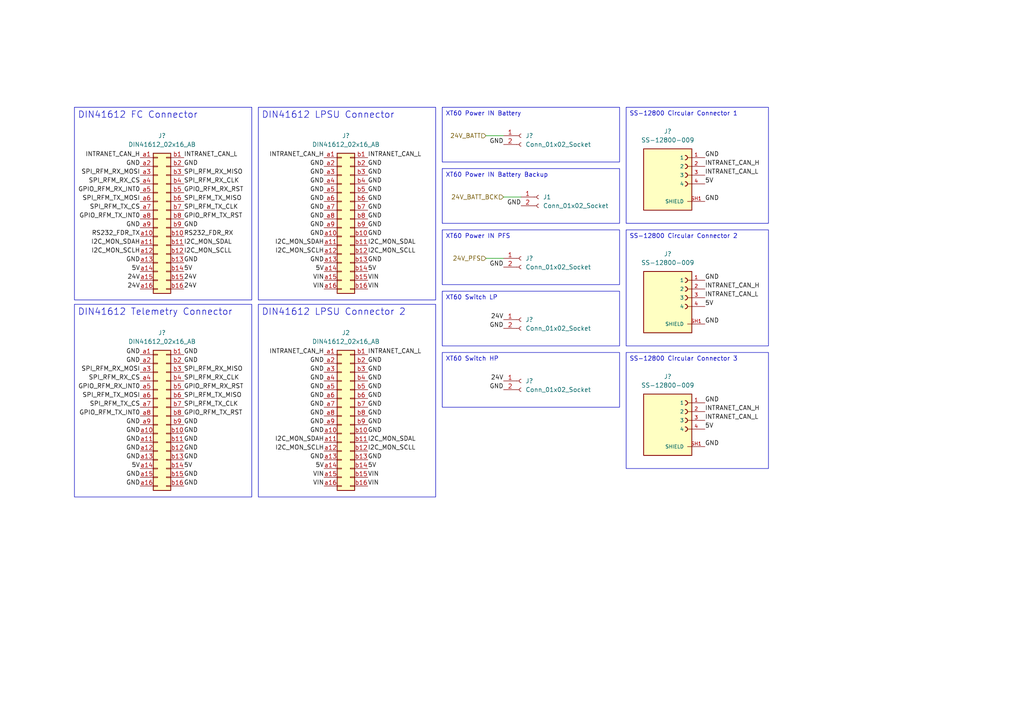
<source format=kicad_sch>
(kicad_sch (version 20250114) (generator "eeschema") (generator_version "9.0")
  (paper "A4")
  (title_block (title "FH2 - Spine") (date "2025-12-10") (rev "v1") (comment 1 "Elie Baier"))
  (lib_symbols
    (symbol "Connector:Conn_01x02_Socket" (pin_names (offset 1.016) (hide yes))
      (property "Reference" "J" (at 0 2.54 0))
      (property "Value" "Conn_01x02_Socket" (at 0 -5.08 0))
      (symbol "Conn_01x02_Socket_1_1"
        (polyline (pts (xy -1.27 0) (xy -0.508 0)) (stroke (width 0.1524)))
        (polyline (pts (xy -1.27 -2.54) (xy -0.508 -2.54)) (stroke (width 0.1524)))
        (arc (start 0 -0.508) (mid -0.5058 0) (end 0 0.508) (stroke (width 0.1524)))
        (arc (start 0 -3.048) (mid -0.5058 -2.54) (end 0 -2.032) (stroke (width 0.1524)))
        (pin passive line (at -5.08 0 0) (length 3.81) (name "Pin_1") (number "1"))
        (pin passive line (at -5.08 -2.54 0) (length 3.81) (name "Pin_2") (number "2"))
      )
    )
    (symbol "Connector:DIN41612_02x16_AB" (pin_names (offset 1.016) (hide yes))
      (property "Reference" "J" (at 1.27 20.32 0))
      (property "Value" "DIN41612_02x16_AB" (at 1.27 -22.86 0))
      (symbol "DIN41612_02x16_AB_1_1"
        (rectangle (start -1.27 19.05) (end 3.81 -21.59) (stroke (width 0.254)) (fill (type background)))
        (rectangle (start -1.27 17.907) (end 0 17.653) (stroke (width 0.1524)))
        (rectangle (start -1.27 15.367) (end 0 15.113) (stroke (width 0.1524)))
        (rectangle (start -1.27 12.827) (end 0 12.573) (stroke (width 0.1524)))
        (rectangle (start -1.27 10.287) (end 0 10.033) (stroke (width 0.1524)))
        (rectangle (start -1.27 7.747) (end 0 7.493) (stroke (width 0.1524)))
        (rectangle (start -1.27 5.207) (end 0 4.953) (stroke (width 0.1524)))
        (rectangle (start -1.27 2.667) (end 0 2.413) (stroke (width 0.1524)))
        (rectangle (start -1.27 0.127) (end 0 -0.127) (stroke (width 0.1524)))
        (rectangle (start -1.27 -2.413) (end 0 -2.667) (stroke (width 0.1524)))
        (rectangle (start -1.27 -4.953) (end 0 -5.207) (stroke (width 0.1524)))
        (rectangle (start -1.27 -7.493) (end 0 -7.747) (stroke (width 0.1524)))
        (rectangle (start -1.27 -10.033) (end 0 -10.287) (stroke (width 0.1524)))
        (rectangle (start -1.27 -12.573) (end 0 -12.827) (stroke (width 0.1524)))
        (rectangle (start -1.27 -15.113) (end 0 -15.367) (stroke (width 0.1524)))
        (rectangle (start -1.27 -17.653) (end 0 -17.907) (stroke (width 0.1524)))
        (rectangle (start -1.27 -20.193) (end 0 -20.447) (stroke (width 0.1524)))
        (rectangle (start 3.81 17.907) (end 2.54 17.653) (stroke (width 0.1524)))
        (rectangle (start 3.81 15.367) (end 2.54 15.113) (stroke (width 0.1524)))
        (rectangle (start 3.81 12.827) (end 2.54 12.573) (stroke (width 0.1524)))
        (rectangle (start 3.81 10.287) (end 2.54 10.033) (stroke (width 0.1524)))
        (rectangle (start 3.81 7.747) (end 2.54 7.493) (stroke (width 0.1524)))
        (rectangle (start 3.81 5.207) (end 2.54 4.953) (stroke (width 0.1524)))
        (rectangle (start 3.81 2.667) (end 2.54 2.413) (stroke (width 0.1524)))
        (rectangle (start 3.81 0.127) (end 2.54 -0.127) (stroke (width 0.1524)))
        (rectangle (start 3.81 -2.413) (end 2.54 -2.667) (stroke (width 0.1524)))
        (rectangle (start 3.81 -4.953) (end 2.54 -5.207) (stroke (width 0.1524)))
        (rectangle (start 3.81 -7.493) (end 2.54 -7.747) (stroke (width 0.1524)))
        (rectangle (start 3.81 -10.033) (end 2.54 -10.287) (stroke (width 0.1524)))
        (rectangle (start 3.81 -12.573) (end 2.54 -12.827) (stroke (width 0.1524)))
        (rectangle (start 3.81 -15.113) (end 2.54 -15.367) (stroke (width 0.1524)))
        (rectangle (start 3.81 -17.653) (end 2.54 -17.907) (stroke (width 0.1524)))
        (rectangle (start 3.81 -20.193) (end 2.54 -20.447) (stroke (width 0.1524)))
        (pin passive line (at -5.08 17.78 0) (length 3.81) (name "Pin_a1") (number "a1"))
        (pin passive line (at -5.08 15.24 0) (length 3.81) (name "Pin_a2") (number "a2"))
        (pin passive line (at -5.08 12.7 0) (length 3.81) (name "Pin_a3") (number "a3"))
        (pin passive line (at -5.08 10.16 0) (length 3.81) (name "Pin_a4") (number "a4"))
        (pin passive line (at -5.08 7.62 0) (length 3.81) (name "Pin_a5") (number "a5"))
        (pin passive line (at -5.08 5.08 0) (length 3.81) (name "Pin_a6") (number "a6"))
        (pin passive line (at -5.08 2.54 0) (length 3.81) (name "Pin_a7") (number "a7"))
        (pin passive line (at -5.08 0 0) (length 3.81) (name "Pin_a8") (number "a8"))
        (pin passive line (at -5.08 -2.54 0) (length 3.81) (name "Pin_a9") (number "a9"))
        (pin passive line (at -5.08 -5.08 0) (length 3.81) (name "Pin_a10") (number "a10"))
        (pin passive line (at -5.08 -7.62 0) (length 3.81) (name "Pin_a11") (number "a11"))
        (pin passive line (at -5.08 -10.16 0) (length 3.81) (name "Pin_a12") (number "a12"))
        (pin passive line (at -5.08 -12.7 0) (length 3.81) (name "Pin_a13") (number "a13"))
        (pin passive line (at -5.08 -15.24 0) (length 3.81) (name "Pin_a14") (number "a14"))
        (pin passive line (at -5.08 -17.78 0) (length 3.81) (name "Pin_a15") (number "a15"))
        (pin passive line (at -5.08 -20.32 0) (length 3.81) (name "Pin_a16") (number "a16"))
        (pin passive line (at 7.62 17.78 180) (length 3.81) (name "Pin_b1") (number "b1"))
        (pin passive line (at 7.62 15.24 180) (length 3.81) (name "Pin_b2") (number "b2"))
        (pin passive line (at 7.62 12.7 180) (length 3.81) (name "Pin_b3") (number "b3"))
        (pin passive line (at 7.62 10.16 180) (length 3.81) (name "Pin_b4") (number "b4"))
        (pin passive line (at 7.62 7.62 180) (length 3.81) (name "Pin_b5") (number "b5"))
        (pin passive line (at 7.62 5.08 180) (length 3.81) (name "Pin_b6") (number "b6"))
        (pin passive line (at 7.62 2.54 180) (length 3.81) (name "Pin_b7") (number "b7"))
        (pin passive line (at 7.62 0 180) (length 3.81) (name "Pin_b8") (number "b8"))
        (pin passive line (at 7.62 -2.54 180) (length 3.81) (name "Pin_b9") (number "b9"))
        (pin passive line (at 7.62 -5.08 180) (length 3.81) (name "Pin_b10") (number "b10"))
        (pin passive line (at 7.62 -7.62 180) (length 3.81) (name "Pin_b11") (number "b11"))
        (pin passive line (at 7.62 -10.16 180) (length 3.81) (name "Pin_b12") (number "b12"))
        (pin passive line (at 7.62 -12.7 180) (length 3.81) (name "Pin_b13") (number "b13"))
        (pin passive line (at 7.62 -15.24 180) (length 3.81) (name "Pin_b14") (number "b14"))
        (pin passive line (at 7.62 -17.78 180) (length 3.81) (name "Pin_b15") (number "b15"))
        (pin passive line (at 7.62 -20.32 180) (length 3.81) (name "Pin_b16") (number "b16"))
      )
    )
    (symbol "SS-12800-009:SS-12800-009" (pin_names (offset 1.016))
      (property "Reference" "J" (at -7.62 8.89 0))
      (property "Value" "SS-12800-009" (at -7.62 -12.7 0))
      (symbol "SS-12800-009_0_0"
        (rectangle (start -7.62 -10.16) (end 6.35 7.62) (stroke (width 0.254)) (fill (type background)))
        (arc (start 4.445 5.715) (mid 5.0772 5.08) (end 4.445 4.445) (stroke (width 0.254)))
        (arc (start 4.445 3.175) (mid 5.0772 2.54) (end 4.445 1.905) (stroke (width 0.254)))
        (arc (start 4.445 0.635) (mid 5.0772 0) (end 4.445 -0.635) (stroke (width 0.254)))
        (arc (start 4.445 -1.905) (mid 5.0772 -2.54) (end 4.445 -3.175) (stroke (width 0.254)))
        (pin passive line (at 10.16 5.08 180) (length 5.08) (name "1") (number "1"))
        (pin passive line (at 10.16 2.54 180) (length 5.08) (name "2") (number "2"))
        (pin passive line (at 10.16 0 180) (length 5.08) (name "3") (number "3"))
        (pin passive line (at 10.16 -2.54 180) (length 5.08) (name "4") (number "4"))
        (pin passive line (at 10.16 -7.62 180) (length 5.08) (name "SHIELD") (number "SH1"))
        (pin passive line (at 10.16 -7.62 180) (length 5.08) (hide yes) (name "SHIELD") (number "SH2"))
      )
    )
  )
  (text_box "SS-12800 Circular Connector 3" (at 181.61 102.235 0) (size 41.275 33.655) (margins 0.9525 0.9525 0.9525 0.9525) (effects (font (size 1.27 1.27)) (justify left top)))
  (text_box "XT60 Switch HP" (at 128.27 102.235 0) (size 51.435 15.875) (margins 0.9525 0.9525 0.9525 0.9525) (effects (font (size 1.27 1.27)) (justify left top)))
  (text_box "DIN41612 LPSU Connector 2" (at 74.93 88.265 0) (size 51.435 55.88) (margins 0.9525 0.9525 0.9525 0.9525) (effects (font (size 1.905 1.905)) (justify left top)))
  (text_box "DIN41612 LPSU Connector" (at 74.93 31.115 0) (size 51.435 55.88) (margins 0.9525 0.9525 0.9525 0.9525) (effects (font (size 1.905 1.905)) (justify left top)))
  (text_box "DIN41612 Telemetry Connector" (at 21.59 88.265 0) (size 51.435 55.88) (margins 0.9525 0.9525 0.9525 0.9525) (effects (font (size 1.905 1.905)) (justify left top)))
  (text_box "XT60 Power IN Battery Backup" (at 128.27 48.895 0) (size 51.435 15.875) (margins 0.9525 0.9525 0.9525 0.9525) (effects (font (size 1.27 1.27)) (justify left top)))
  (text_box "SS-12800 Circular Connector 2" (at 181.61 66.675 0) (size 41.275 33.655) (margins 0.9525 0.9525 0.9525 0.9525) (effects (font (size 1.27 1.27)) (justify left top)))
  (text_box "SS-12800 Circular Connector 1" (at 181.61 31.115 0) (size 41.275 33.655) (margins 0.9525 0.9525 0.9525 0.9525) (effects (font (size 1.27 1.27)) (justify left top)))
  (text_box "DIN41612 FC Connector" (at 21.59 31.115 0) (size 51.435 55.88) (margins 0.9525 0.9525 0.9525 0.9525) (effects (font (size 1.905 1.905)) (justify left top)))
  (text_box "XT60 Power IN Battery" (at 128.27 31.115 0) (size 51.435 15.875) (margins 0.9525 0.9525 0.9525 0.9525) (effects (font (size 1.27 1.27)) (justify left top)))
  (text_box "XT60 Switch LP" (at 128.27 84.455 0) (size 51.435 15.875) (margins 0.9525 0.9525 0.9525 0.9525) (effects (font (size 1.27 1.27)) (justify left top)))
  (text_box "XT60 Power IN PFS" (at 128.27 66.675 0) (size 51.435 15.875) (margins 0.9525 0.9525 0.9525 0.9525) (effects (font (size 1.27 1.27)) (justify left top)))
  (wire (pts (xy 140.97 39.37) (xy 146.05 39.37)))
  (wire (pts (xy 146.05 57.15) (xy 151.13 57.15)))
  (wire (pts (xy 140.97 74.93) (xy 146.05 74.93)))
  (label "5V" (at 53.34 78.74 0))
  (label "5V" (at 93.98 135.89 180))
  (label "24V" (at 53.34 83.82 0))
  (label "GND" (at 40.64 48.26 180))
  (label "SPI_RFM_RX_MOSI" (at 40.64 107.95 180))
  (label "I2C_MON_SCLH" (at 40.64 73.66 180))
  (label "INTRANET_CAN_H" (at 204.47 48.26 0))
  (label "5V" (at 93.98 78.74 180))
  (label "GND" (at 106.68 76.2 0))
  (label "5V" (at 204.47 88.9 0))
  (label "GND" (at 93.98 113.03 180))
  (label "GND" (at 204.47 45.72 0))
  (label "SPI_RFM_RX_MOSI" (at 40.64 50.8 180))
  (label "SPI_RFM_RX_CLK" (at 53.34 110.49 0))
  (label "GND" (at 151.13 59.69 180))
  (label "GND" (at 93.98 115.57 180))
  (label "GND" (at 106.68 115.57 0))
  (label "GND" (at 106.68 50.8 0))
  (label "5V" (at 204.47 53.34 0))
  (label "GND" (at 106.68 60.96 0))
  (label "GND" (at 40.64 130.81 180))
  (label "5V" (at 40.64 78.74 180))
  (label "GND" (at 106.68 68.58 0))
  (label "GPIO_RFM_RX_RST" (at 53.34 113.03 0))
  (label "GND" (at 40.64 66.04 180))
  (label "GND" (at 53.34 140.97 0))
  (label "GND" (at 53.34 123.19 0))
  (label "INTRANET_CAN_H" (at 204.47 83.82 0))
  (label "GND" (at 93.98 120.65 180))
  (label "I2C_MON_SCLH" (at 93.98 73.66 180))
  (label "SPI_RFM_TX_MISO" (at 53.34 58.42 0))
  (label "SPI_RFM_TX_CLK" (at 53.34 118.11 0))
  (label "GND" (at 53.34 133.35 0))
  (label "GND" (at 106.68 107.95 0))
  (label "5V" (at 106.68 135.89 0))
  (label "5V" (at 53.34 135.89 0))
  (label "GND" (at 40.64 133.35 180))
  (label "GND" (at 53.34 128.27 0))
  (label "GND" (at 93.98 123.19 180))
  (label "INTRANET_CAN_L" (at 106.68 45.72 0))
  (label "GPIO_RFM_RX_RST" (at 53.34 55.88 0))
  (label "GND" (at 93.98 118.11 180))
  (label "I2C_MON_SDAH" (at 93.98 71.12 180))
  (label "SPI_RFM_RX_MISO" (at 53.34 50.8 0))
  (label "GND" (at 40.64 128.27 180))
  (label "INTRANET_CAN_H" (at 40.64 45.72 180))
  (label "GND" (at 40.64 125.73 180))
  (label "GND" (at 204.47 93.98 0))
  (label "INTRANET_CAN_L" (at 53.34 45.72 0))
  (label "GND" (at 53.34 138.43 0))
  (label "RS232_FDR_RX" (at 53.34 68.58 0))
  (label "I2C_MON_SDAH" (at 40.64 71.12 180))
  (label "GND" (at 40.64 123.19 180))
  (label "SPI_RFM_RX_CS" (at 40.64 110.49 180))
  (label "GND" (at 40.64 76.2 180))
  (label "VIN" (at 106.68 140.97 0))
  (label "GND" (at 93.98 125.73 180))
  (label "GND" (at 106.68 123.19 0))
  (label "GND" (at 93.98 66.04 180))
  (label "I2C_MON_SCLL" (at 53.34 73.66 0))
  (label "I2C_MON_SDAL" (at 106.68 128.27 0))
  (label "GND" (at 93.98 110.49 180))
  (label "GND" (at 204.47 129.54 0))
  (label "SPI_RFM_TX_MOSI" (at 40.64 115.57 180))
  (label "GND" (at 53.34 105.41 0))
  (label "GND" (at 53.34 125.73 0))
  (label "GND" (at 106.68 48.26 0))
  (label "GND" (at 40.64 102.87 180))
  (label "GND" (at 53.34 76.2 0))
  (label "24V" (at 146.05 92.71 180))
  (label "GPIO_RFM_RX_INT0" (at 40.64 113.03 180))
  (label "I2C_MON_SDAL" (at 106.68 71.12 0))
  (label "5V" (at 40.64 135.89 180))
  (label "GND" (at 106.68 125.73 0))
  (label "GND" (at 93.98 60.96 180))
  (label "GND" (at 93.98 63.5 180))
  (label "GND" (at 106.68 55.88 0))
  (label "GND" (at 146.05 77.47 180))
  (label "SPI_RFM_TX_MISO" (at 53.34 115.57 0))
  (label "GND" (at 106.68 63.5 0))
  (label "GND" (at 106.68 66.04 0))
  (label "GND" (at 106.68 105.41 0))
  (label "SPI_RFM_RX_CLK" (at 53.34 53.34 0))
  (label "GND" (at 146.05 113.03 180))
  (label "GND" (at 93.98 107.95 180))
  (label "GND" (at 106.68 120.65 0))
  (label "GND" (at 106.68 113.03 0))
  (label "VIN" (at 106.68 83.82 0))
  (label "5V" (at 106.68 78.74 0))
  (label "INTRANET_CAN_H" (at 93.98 45.72 180))
  (label "VIN" (at 106.68 138.43 0))
  (label "GND" (at 93.98 76.2 180))
  (label "SPI_RFM_TX_CS" (at 40.64 118.11 180))
  (label "RS232_FDR_TX" (at 40.64 68.58 180))
  (label "24V" (at 146.05 110.49 180))
  (label "VIN" (at 93.98 140.97 180))
  (label "INTRANET_CAN_L" (at 204.47 121.92 0))
  (label "GND" (at 106.68 58.42 0))
  (label "GPIO_RFM_TX_RST" (at 53.34 63.5 0))
  (label "GND" (at 53.34 48.26 0))
  (label "GND" (at 146.05 41.91 180))
  (label "GND" (at 40.64 138.43 180))
  (label "I2C_MON_SDAH" (at 93.98 128.27 180))
  (label "SPI_RFM_TX_CS" (at 40.64 60.96 180))
  (label "24V" (at 40.64 81.28 180))
  (label "GND" (at 93.98 133.35 180))
  (label "GND" (at 106.68 133.35 0))
  (label "GND" (at 204.47 58.42 0))
  (label "GND" (at 93.98 50.8 180))
  (label "I2C_MON_SCLL" (at 106.68 73.66 0))
  (label "GPIO_RFM_TX_RST" (at 53.34 120.65 0))
  (label "GND" (at 93.98 48.26 180))
  (label "GND" (at 146.05 95.25 180))
  (label "INTRANET_CAN_H" (at 93.98 102.87 180))
  (label "INTRANET_CAN_H" (at 204.47 119.38 0))
  (label "GND" (at 40.64 140.97 180))
  (label "GND" (at 53.34 130.81 0))
  (label "SPI_RFM_TX_MOSI" (at 40.64 58.42 180))
  (label "GPIO_RFM_TX_INT0" (at 40.64 63.5 180))
  (label "INTRANET_CAN_L" (at 106.68 102.87 0))
  (label "VIN" (at 106.68 81.28 0))
  (label "GND" (at 204.47 81.28 0))
  (label "SPI_RFM_RX_MISO" (at 53.34 107.95 0))
  (label "GND" (at 106.68 118.11 0))
  (label "GND" (at 106.68 110.49 0))
  (label "SPI_RFM_RX_CS" (at 40.64 53.34 180))
  (label "INTRANET_CAN_L" (at 204.47 50.8 0))
  (label "5V" (at 204.47 124.46 0))
  (label "GND" (at 204.47 116.84 0))
  (label "24V" (at 40.64 83.82 180))
  (label "GND" (at 106.68 53.34 0))
  (label "GND" (at 53.34 102.87 0))
  (label "GND" (at 53.34 66.04 0))
  (label "SPI_RFM_TX_CLK" (at 53.34 60.96 0))
  (label "GND" (at 93.98 58.42 180))
  (label "INTRANET_CAN_L" (at 204.47 86.36 0))
  (label "I2C_MON_SCLL" (at 106.68 130.81 0))
  (label "GND" (at 93.98 68.58 180))
  (label "GND" (at 93.98 53.34 180))
  (label "GND" (at 40.64 105.41 180))
  (label "I2C_MON_SDAL" (at 53.34 71.12 0))
  (label "GND" (at 93.98 105.41 180))
  (label "VIN" (at 93.98 81.28 180))
  (label "GPIO_RFM_TX_INT0" (at 40.64 120.65 180))
  (label "GPIO_RFM_RX_INT0" (at 40.64 55.88 180))
  (label "VIN" (at 93.98 83.82 180))
  (label "VIN" (at 93.98 138.43 180))
  (label "GND" (at 93.98 55.88 180))
  (label "24V" (at 53.34 81.28 0))
  (label "I2C_MON_SCLH" (at 93.98 130.81 180))
  (hierarchical_label "24V_BATT_BCK" (shape input) (at 146.05 57.15 180))
  (hierarchical_label "24V_BATT" (shape input) (at 140.97 39.37 180))
  (hierarchical_label "24V_PFS" (shape input) (at 140.97 74.93 180))
  (symbol (lib_id "Connector:DIN41612_02x16_AB") (at 99.06 120.65 0) (unit 1)
    (property "Reference" "J2" (at 100.33 96.52 0))
    (property "Value" "DIN41612_02x16_AB" (at 100.33 99.06 0))
    (property "Description" "DIN41612 connector, double row (AB), 02x16, script generated (kicad-library-utils/schlib/autogen/connector/)" (effects (hide yes)))
  )
  (symbol (lib_id "Connector:Conn_01x02_Socket") (at 151.13 110.49 0) (unit 1)
    (property "Reference" "J?" (at 152.4 110.4899 0) (effects (justify left)))
    (property "Value" "Conn_01x02_Socket" (at 152.4 113.0299 0) (effects (justify left)))
    (property "Description" "Generic connector, single row, 01x02, script generated" (effects (hide yes)))
  )
  (symbol (lib_id "SS-12800-009:SS-12800-009") (at 194.31 121.92 0) (unit 1)
    (property "Reference" "J?" (at 193.675 109.22 0))
    (property "Value" "SS-12800-009" (at 193.675 111.76 0))
    (property "Footprint" "SS-12800-009:STEWART_SS-12800-009" (effects (hide yes)))
    (property "DigiKey_Part_Number" "380-SS-12800-009-ND" (effects (hide yes)))
    (property "SnapEDA_Link" "https://www.snapeda.com/parts/SS-12800-009/Bel+Fuse/view-part/?ref=snap" (effects (hide yes)))
    (property "MAXIMUM_PACKAGE_HEIGHT" "12.7mm" (effects (hide yes)))
    (property "Package" "None" (effects (hide yes)))
    (property "Check_prices" "https://www.snapeda.com/parts/SS-12800-009/Bel+Fuse/view-part/?ref=eda" (effects (hide yes)))
    (property "STANDARD" "Manufacturer Recommendations" (effects (hide yes)))
    (property "PARTREV" "A0" (effects (hide yes)))
    (property "MF" "Stewart Connector" (effects (hide yes)))
    (property "MP" "SS-12800-009" (effects (hide yes)))
    (property "Description_1" "M8 A-Code Connector | Female | PCB Mounted Receptacle |Right Angle | 4 Contact | PCB Solder Pins | IP67" (effects (hide yes)))
    (property "MANUFACTURER" "Stewart Connector" (effects (hide yes)))
  )
  (symbol (lib_id "Connector:Conn_01x02_Socket") (at 151.13 74.93 0) (unit 1)
    (property "Reference" "J?" (at 152.4 74.9299 0) (effects (justify left)))
    (property "Value" "Conn_01x02_Socket" (at 152.4 77.4699 0) (effects (justify left)))
    (property "Description" "Generic connector, single row, 01x02, script generated" (effects (hide yes)))
  )
  (symbol (lib_id "Connector:Conn_01x02_Socket") (at 151.13 92.71 0) (unit 1)
    (property "Reference" "J?" (at 152.4 92.7099 0) (effects (justify left)))
    (property "Value" "Conn_01x02_Socket" (at 152.4 95.2499 0) (effects (justify left)))
    (property "Description" "Generic connector, single row, 01x02, script generated" (effects (hide yes)))
  )
  (symbol (lib_id "Connector:DIN41612_02x16_AB") (at 99.06 63.5 0) (unit 1)
    (property "Reference" "J?" (at 100.33 39.37 0))
    (property "Value" "DIN41612_02x16_AB" (at 100.33 41.91 0))
    (property "Description" "DIN41612 connector, double row (AB), 02x16, script generated (kicad-library-utils/schlib/autogen/connector/)" (effects (hide yes)))
  )
  (symbol (lib_id "SS-12800-009:SS-12800-009") (at 194.31 50.8 0) (unit 1)
    (property "Reference" "J?" (at 193.675 38.1 0))
    (property "Value" "SS-12800-009" (at 193.675 40.64 0))
    (property "Footprint" "SS-12800-009:STEWART_SS-12800-009" (effects (hide yes)))
    (property "DigiKey_Part_Number" "380-SS-12800-009-ND" (effects (hide yes)))
    (property "SnapEDA_Link" "https://www.snapeda.com/parts/SS-12800-009/Bel+Fuse/view-part/?ref=snap" (effects (hide yes)))
    (property "MAXIMUM_PACKAGE_HEIGHT" "12.7mm" (effects (hide yes)))
    (property "Package" "None" (effects (hide yes)))
    (property "Check_prices" "https://www.snapeda.com/parts/SS-12800-009/Bel+Fuse/view-part/?ref=eda" (effects (hide yes)))
    (property "STANDARD" "Manufacturer Recommendations" (effects (hide yes)))
    (property "PARTREV" "A0" (effects (hide yes)))
    (property "MF" "Stewart Connector" (effects (hide yes)))
    (property "MP" "SS-12800-009" (effects (hide yes)))
    (property "Description_1" "M8 A-Code Connector | Female | PCB Mounted Receptacle |Right Angle | 4 Contact | PCB Solder Pins | IP67" (effects (hide yes)))
    (property "MANUFACTURER" "Stewart Connector" (effects (hide yes)))
  )
  (symbol (lib_id "Connector:Conn_01x02_Socket") (at 156.21 57.15 0) (unit 1)
    (property "Reference" "J1" (at 157.48 57.1499 0) (effects (justify left)))
    (property "Value" "Conn_01x02_Socket" (at 157.48 59.6899 0) (effects (justify left)))
    (property "Description" "Generic connector, single row, 01x02, script generated" (effects (hide yes)))
  )
  (symbol (lib_id "Connector:DIN41612_02x16_AB") (at 45.72 63.5 0) (unit 1)
    (property "Reference" "J?" (at 46.99 39.37 0))
    (property "Value" "DIN41612_02x16_AB" (at 46.99 41.91 0))
    (property "Description" "DIN41612 connector, double row (AB), 02x16, script generated (kicad-library-utils/schlib/autogen/connector/)" (effects (hide yes)))
  )
  (symbol (lib_id "SS-12800-009:SS-12800-009") (at 194.31 86.36 0) (unit 1)
    (property "Reference" "J?" (at 193.675 73.66 0))
    (property "Value" "SS-12800-009" (at 193.675 76.2 0))
    (property "Footprint" "SS-12800-009:STEWART_SS-12800-009" (effects (hide yes)))
    (property "DigiKey_Part_Number" "380-SS-12800-009-ND" (effects (hide yes)))
    (property "SnapEDA_Link" "https://www.snapeda.com/parts/SS-12800-009/Bel+Fuse/view-part/?ref=snap" (effects (hide yes)))
    (property "MAXIMUM_PACKAGE_HEIGHT" "12.7mm" (effects (hide yes)))
    (property "Package" "None" (effects (hide yes)))
    (property "Check_prices" "https://www.snapeda.com/parts/SS-12800-009/Bel+Fuse/view-part/?ref=eda" (effects (hide yes)))
    (property "STANDARD" "Manufacturer Recommendations" (effects (hide yes)))
    (property "PARTREV" "A0" (effects (hide yes)))
    (property "MF" "Stewart Connector" (effects (hide yes)))
    (property "MP" "SS-12800-009" (effects (hide yes)))
    (property "Description_1" "M8 A-Code Connector | Female | PCB Mounted Receptacle |Right Angle | 4 Contact | PCB Solder Pins | IP67" (effects (hide yes)))
    (property "MANUFACTURER" "Stewart Connector" (effects (hide yes)))
  )
  (symbol (lib_id "Connector:DIN41612_02x16_AB") (at 45.72 120.65 0) (unit 1)
    (property "Reference" "J?" (at 46.99 96.52 0))
    (property "Value" "DIN41612_02x16_AB" (at 46.99 99.06 0))
    (property "Description" "DIN41612 connector, double row (AB), 02x16, script generated (kicad-library-utils/schlib/autogen/connector/)" (effects (hide yes)))
  )
  (symbol (lib_id "Connector:Conn_01x02_Socket") (at 151.13 39.37 0) (unit 1)
    (property "Reference" "J?" (at 152.4 39.3699 0) (effects (justify left)))
    (property "Value" "Conn_01x02_Socket" (at 152.4 41.9099 0) (effects (justify left)))
    (property "Description" "Generic connector, single row, 01x02, script generated" (effects (hide yes)))
  )
)
</source>
